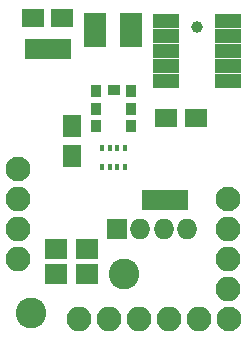
<source format=gts>
G04 #@! TF.FileFunction,Soldermask,Top*
%FSLAX46Y46*%
G04 Gerber Fmt 4.6, Leading zero omitted, Abs format (unit mm)*
G04 Created by KiCad (PCBNEW 4.0.2-stable) date 05.07.2017 20:47:00*
%MOMM*%
G01*
G04 APERTURE LIST*
%ADD10C,0.100000*%
%ADD11C,2.100000*%
%ADD12O,2.100000X2.100000*%
%ADD13C,2.600000*%
%ADD14R,1.900000X1.650000*%
%ADD15R,1.650000X1.900000*%
%ADD16R,1.370000X1.670000*%
%ADD17R,1.900000X1.700000*%
%ADD18C,1.000000*%
%ADD19R,2.200000X1.200000*%
%ADD20R,1.900000X1.100000*%
%ADD21R,0.900000X1.000000*%
%ADD22R,1.000000X0.900000*%
%ADD23R,1.750000X1.750000*%
%ADD24O,1.750000X1.750000*%
%ADD25R,0.450000X0.600000*%
G04 APERTURE END LIST*
D10*
D11*
X170878500Y-111061500D03*
D12*
X170878500Y-113601500D03*
X170878500Y-116141500D03*
X170878500Y-118681500D03*
D11*
X188658500Y-113601500D03*
D12*
X188658500Y-116141500D03*
X188658500Y-118681500D03*
X188658500Y-121221500D03*
D11*
X188722000Y-123761500D03*
D12*
X186182000Y-123761500D03*
X183642000Y-123761500D03*
X181102000Y-123761500D03*
X178562000Y-123761500D03*
X176022000Y-123761500D03*
D13*
X171958000Y-123190000D03*
D14*
X174605000Y-98234500D03*
X172105000Y-98234500D03*
D15*
X175387000Y-107398500D03*
X175387000Y-109898500D03*
D16*
X181991000Y-113665000D03*
X183261000Y-113665000D03*
X184531000Y-113665000D03*
X174688500Y-100901500D03*
X173418500Y-100901500D03*
X172148500Y-100901500D03*
D17*
X174037000Y-117792500D03*
X176737000Y-117792500D03*
X174037000Y-119888000D03*
X176737000Y-119888000D03*
D18*
X186000000Y-99000000D03*
D19*
X183360000Y-101000000D03*
X183360000Y-99730000D03*
X183360000Y-98460000D03*
X183360000Y-102270000D03*
X183360000Y-103540000D03*
X188640000Y-101000000D03*
X188640000Y-99730000D03*
X188640000Y-98460000D03*
X188640000Y-102270000D03*
X188640000Y-103540000D03*
D20*
X177379500Y-100200500D03*
X177379500Y-99250500D03*
X177379500Y-98300500D03*
X180379500Y-98300500D03*
X180379500Y-99250500D03*
X180379500Y-100200500D03*
D13*
X179832000Y-119888000D03*
D21*
X177493000Y-104418000D03*
X177493000Y-105918000D03*
X177493000Y-107418000D03*
X180393000Y-107418000D03*
X180393000Y-105918000D03*
X180393000Y-104418000D03*
D22*
X178943000Y-104368000D03*
D23*
X179197000Y-116141500D03*
D24*
X181197000Y-116141500D03*
X183197000Y-116141500D03*
X185197000Y-116141500D03*
D14*
X183408000Y-106743500D03*
X185908000Y-106743500D03*
D25*
X177968000Y-109245500D03*
X178618000Y-109245500D03*
X179268000Y-109245500D03*
X179918000Y-109245500D03*
X177968000Y-110845500D03*
X178618000Y-110845500D03*
X179268000Y-110845500D03*
X179918000Y-110845500D03*
M02*

</source>
